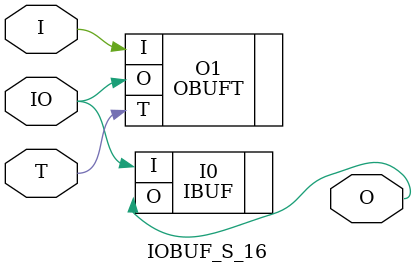
<source format=v>


`timescale  1 ps / 1 ps


module IOBUF_S_16 (O, IO, I, T);

    output O;

    inout  IO;

    input  I, T;

        OBUFT #( .SLEW("SLOW"), .DRIVE(16)) O1 (.O(IO), .I(I), .T(T)); 
	IBUF #(.IOSTANDARD("DEFAULT"))  I0 (.O(O), .I(IO));
        

endmodule



</source>
